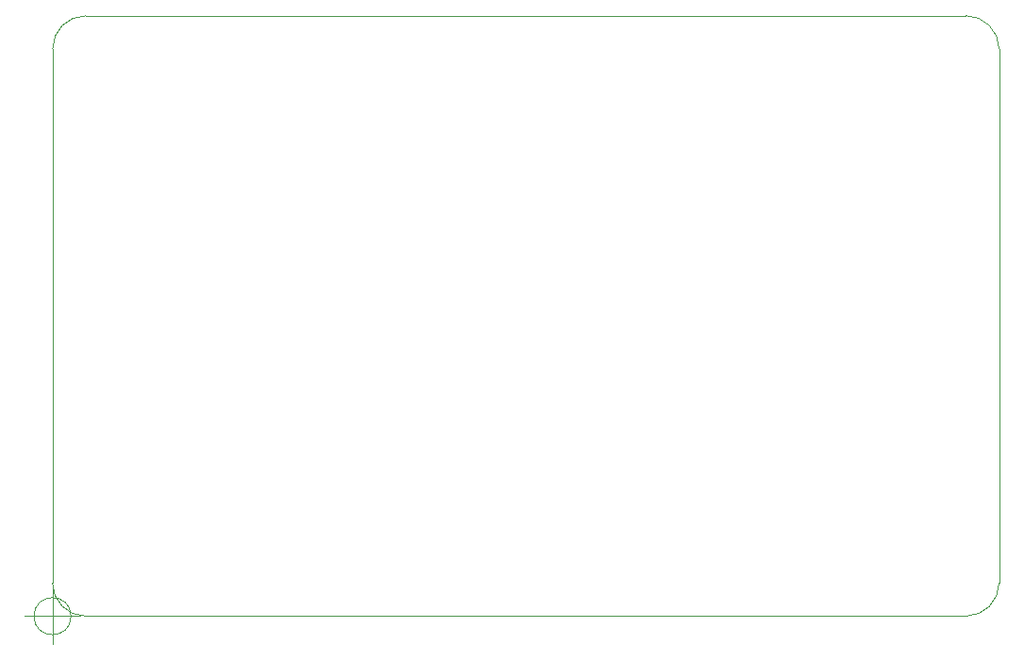
<source format=gbr>
G04 #@! TF.GenerationSoftware,KiCad,Pcbnew,5.1.4*
G04 #@! TF.CreationDate,2019-10-19T18:39:23+01:00*
G04 #@! TF.ProjectId,manila_ice,6d616e69-6c61-45f6-9963-652e6b696361,rev?*
G04 #@! TF.SameCoordinates,Original*
G04 #@! TF.FileFunction,Profile,NP*
%FSLAX46Y46*%
G04 Gerber Fmt 4.6, Leading zero omitted, Abs format (unit mm)*
G04 Created by KiCad (PCBNEW 5.1.4) date 2019-10-19 18:39:23*
%MOMM*%
%LPD*%
G04 APERTURE LIST*
%ADD10C,0.050000*%
G04 APERTURE END LIST*
D10*
X115466666Y-124000000D02*
G75*
G03X115466666Y-124000000I-1666666J0D01*
G01*
X111300000Y-124000000D02*
X116300000Y-124000000D01*
X113800000Y-121500000D02*
X113800000Y-126500000D01*
X113800000Y-73000000D02*
G75*
G02X116800000Y-70000000I3000000J0D01*
G01*
X116800000Y-124000000D02*
G75*
G02X113800000Y-121000000I0J3000000D01*
G01*
X198800000Y-121000000D02*
G75*
G02X195800000Y-124000000I-3000000J0D01*
G01*
X195800000Y-70000000D02*
G75*
G02X198800000Y-73000000I0J-3000000D01*
G01*
X113800000Y-121000000D02*
X113800000Y-73000000D01*
X195800000Y-124000000D02*
X116800000Y-124000000D01*
X198800000Y-73000000D02*
X198800000Y-121000000D01*
X116800000Y-70000000D02*
X195800000Y-70000000D01*
M02*

</source>
